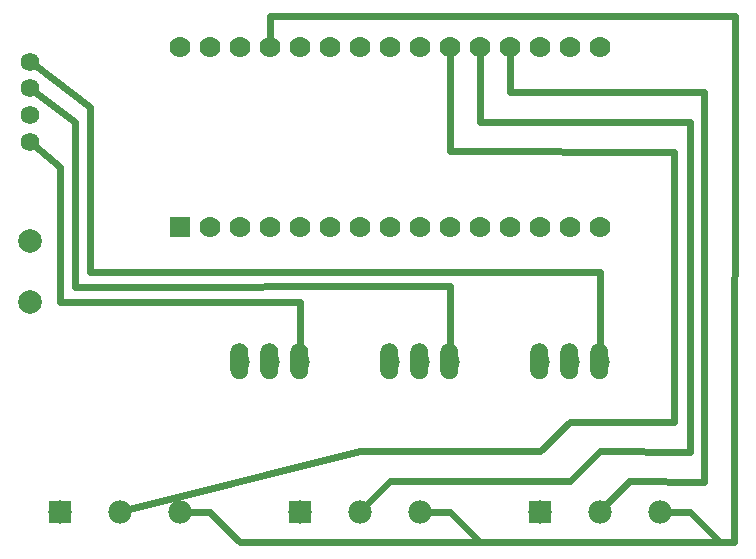
<source format=gbl>
G04 MADE WITH FRITZING*
G04 WWW.FRITZING.ORG*
G04 DOUBLE SIDED*
G04 HOLES PLATED*
G04 CONTOUR ON CENTER OF CONTOUR VECTOR*
%ASAXBY*%
%FSLAX23Y23*%
%MOIN*%
%OFA0B0*%
%SFA1.0B1.0*%
%ADD10C,0.065118*%
%ADD11C,0.078740*%
%ADD12C,0.062222*%
%ADD13C,0.070000*%
%ADD14C,0.078000*%
%ADD15R,0.070000X0.069972*%
%ADD16R,0.078000X0.078000*%
%ADD17C,0.024000*%
%ADD18R,0.001000X0.001000*%
%LNCOPPER0*%
G90*
G70*
G54D10*
X1901Y707D03*
X2001Y707D03*
X2101Y707D03*
X1401Y707D03*
X1501Y707D03*
X1601Y707D03*
X901Y707D03*
X1001Y707D03*
X1101Y707D03*
G54D11*
X201Y907D03*
X201Y1108D03*
G54D12*
X201Y1441D03*
X201Y1530D03*
X201Y1618D03*
X201Y1707D03*
G54D13*
X701Y1157D03*
X801Y1157D03*
X901Y1157D03*
X1001Y1157D03*
X1101Y1157D03*
X1201Y1157D03*
X1301Y1157D03*
X1401Y1157D03*
X1501Y1157D03*
X1601Y1157D03*
X1701Y1157D03*
X1801Y1157D03*
X1901Y1157D03*
X2001Y1157D03*
X2101Y1157D03*
X701Y1757D03*
X801Y1757D03*
X901Y1757D03*
X1001Y1757D03*
X1101Y1757D03*
X1201Y1757D03*
X1301Y1757D03*
X1401Y1757D03*
X1501Y1757D03*
X1601Y1757D03*
X1701Y1757D03*
X1801Y1757D03*
X1901Y1757D03*
X2001Y1757D03*
X2101Y1757D03*
G54D14*
X301Y207D03*
X501Y207D03*
X701Y207D03*
X1101Y207D03*
X1301Y207D03*
X1501Y207D03*
X1901Y207D03*
X2101Y207D03*
X2301Y207D03*
G54D15*
X701Y1157D03*
G54D16*
X301Y207D03*
X1101Y207D03*
X1901Y207D03*
G54D17*
X2199Y308D02*
X2122Y229D01*
D02*
X2449Y307D02*
X2199Y308D01*
D02*
X2449Y1607D02*
X2449Y307D01*
D02*
X1802Y1607D02*
X2449Y1607D01*
D02*
X1801Y1728D02*
X1802Y1607D01*
D02*
X800Y207D02*
X731Y207D01*
D02*
X900Y106D02*
X799Y207D01*
D02*
X2549Y107D02*
X900Y106D01*
D02*
X2551Y1858D02*
X2549Y107D01*
D02*
X1000Y1858D02*
X2551Y1858D01*
D02*
X1000Y1786D02*
X1000Y1858D01*
D02*
X1600Y207D02*
X1531Y207D01*
D02*
X800Y207D02*
X900Y106D01*
D02*
X900Y106D02*
X1701Y106D01*
D02*
X900Y106D02*
X799Y207D01*
D02*
X1701Y106D02*
X1600Y207D01*
D02*
X2502Y106D02*
X900Y106D01*
D02*
X2401Y207D02*
X2502Y106D01*
D02*
X2331Y207D02*
X2401Y207D01*
D02*
X1600Y207D02*
X1531Y207D01*
D02*
X1701Y106D02*
X1600Y207D01*
D02*
X900Y106D02*
X1701Y106D01*
D02*
X800Y207D02*
X900Y106D01*
D02*
X731Y207D02*
X800Y207D01*
D02*
X1401Y308D02*
X1322Y229D01*
D02*
X2001Y308D02*
X1401Y308D01*
D02*
X2101Y408D02*
X2001Y308D01*
D02*
X2401Y407D02*
X2101Y408D01*
D02*
X2402Y1507D02*
X2401Y407D01*
D02*
X1701Y1506D02*
X2402Y1507D01*
D02*
X1701Y1728D02*
X1701Y1506D01*
D02*
X1301Y408D02*
X530Y215D01*
D02*
X1900Y408D02*
X1301Y408D01*
D02*
X2001Y507D02*
X1900Y408D01*
D02*
X2349Y507D02*
X2001Y507D01*
D02*
X2349Y1407D02*
X2349Y507D01*
D02*
X1600Y1408D02*
X2349Y1407D01*
D02*
X1601Y1728D02*
X1600Y1408D01*
D02*
X1101Y907D02*
X1101Y741D01*
D02*
X301Y1356D02*
X301Y906D01*
D02*
X301Y906D02*
X1101Y907D01*
D02*
X216Y1428D02*
X301Y1356D01*
D02*
X1601Y958D02*
X1601Y741D01*
D02*
X351Y956D02*
X1601Y958D01*
D02*
X351Y1507D02*
X351Y956D01*
D02*
X217Y1607D02*
X351Y1507D01*
D02*
X2101Y1007D02*
X2101Y741D01*
D02*
X401Y1007D02*
X2101Y1007D01*
D02*
X401Y1556D02*
X401Y1007D01*
D02*
X217Y1695D02*
X401Y1556D01*
G54D18*
X894Y768D02*
X905Y768D01*
X994Y768D02*
X1005Y768D01*
X1094Y768D02*
X1105Y768D01*
X1394Y768D02*
X1405Y768D01*
X1494Y768D02*
X1505Y768D01*
X1594Y768D02*
X1605Y768D01*
X1894Y768D02*
X1905Y768D01*
X1994Y768D02*
X2005Y768D01*
X2094Y768D02*
X2105Y768D01*
X890Y767D02*
X909Y767D01*
X990Y767D02*
X1009Y767D01*
X1090Y767D02*
X1109Y767D01*
X1390Y767D02*
X1409Y767D01*
X1490Y767D02*
X1509Y767D01*
X1590Y767D02*
X1609Y767D01*
X1890Y767D02*
X1909Y767D01*
X1990Y767D02*
X2009Y767D01*
X2090Y767D02*
X2109Y767D01*
X888Y766D02*
X912Y766D01*
X988Y766D02*
X1012Y766D01*
X1088Y766D02*
X1112Y766D01*
X1388Y766D02*
X1411Y766D01*
X1488Y766D02*
X1511Y766D01*
X1588Y766D02*
X1611Y766D01*
X1888Y766D02*
X1911Y766D01*
X1988Y766D02*
X2011Y766D01*
X2088Y766D02*
X2111Y766D01*
X886Y765D02*
X914Y765D01*
X986Y765D02*
X1014Y765D01*
X1086Y765D02*
X1114Y765D01*
X1386Y765D02*
X1413Y765D01*
X1486Y765D02*
X1513Y765D01*
X1586Y765D02*
X1613Y765D01*
X1886Y765D02*
X1913Y765D01*
X1986Y765D02*
X2013Y765D01*
X2086Y765D02*
X2113Y765D01*
X884Y764D02*
X915Y764D01*
X984Y764D02*
X1015Y764D01*
X1084Y764D02*
X1115Y764D01*
X1384Y764D02*
X1415Y764D01*
X1484Y764D02*
X1515Y764D01*
X1584Y764D02*
X1615Y764D01*
X1884Y764D02*
X1915Y764D01*
X1984Y764D02*
X2015Y764D01*
X2084Y764D02*
X2115Y764D01*
X883Y763D02*
X917Y763D01*
X983Y763D02*
X1017Y763D01*
X1083Y763D02*
X1117Y763D01*
X1383Y763D02*
X1417Y763D01*
X1483Y763D02*
X1517Y763D01*
X1583Y763D02*
X1617Y763D01*
X1882Y763D02*
X1916Y763D01*
X1982Y763D02*
X2016Y763D01*
X2082Y763D02*
X2116Y763D01*
X881Y762D02*
X918Y762D01*
X981Y762D02*
X1018Y762D01*
X1081Y762D02*
X1118Y762D01*
X1381Y762D02*
X1418Y762D01*
X1481Y762D02*
X1518Y762D01*
X1581Y762D02*
X1618Y762D01*
X1881Y762D02*
X1918Y762D01*
X1981Y762D02*
X2018Y762D01*
X2081Y762D02*
X2118Y762D01*
X880Y761D02*
X919Y761D01*
X980Y761D02*
X1019Y761D01*
X1080Y761D02*
X1119Y761D01*
X1380Y761D02*
X1419Y761D01*
X1480Y761D02*
X1519Y761D01*
X1580Y761D02*
X1619Y761D01*
X1880Y761D02*
X1919Y761D01*
X1980Y761D02*
X2019Y761D01*
X2080Y761D02*
X2119Y761D01*
X879Y760D02*
X920Y760D01*
X979Y760D02*
X1020Y760D01*
X1079Y760D02*
X1120Y760D01*
X1379Y760D02*
X1420Y760D01*
X1479Y760D02*
X1520Y760D01*
X1579Y760D02*
X1620Y760D01*
X1879Y760D02*
X1920Y760D01*
X1979Y760D02*
X2020Y760D01*
X2079Y760D02*
X2120Y760D01*
X878Y759D02*
X921Y759D01*
X978Y759D02*
X1021Y759D01*
X1078Y759D02*
X1121Y759D01*
X1378Y759D02*
X1421Y759D01*
X1478Y759D02*
X1521Y759D01*
X1578Y759D02*
X1621Y759D01*
X1878Y759D02*
X1921Y759D01*
X1978Y759D02*
X2021Y759D01*
X2078Y759D02*
X2121Y759D01*
X877Y758D02*
X922Y758D01*
X977Y758D02*
X1022Y758D01*
X1077Y758D02*
X1122Y758D01*
X1377Y758D02*
X1422Y758D01*
X1477Y758D02*
X1522Y758D01*
X1577Y758D02*
X1622Y758D01*
X1877Y758D02*
X1922Y758D01*
X1977Y758D02*
X2022Y758D01*
X2077Y758D02*
X2122Y758D01*
X877Y757D02*
X923Y757D01*
X977Y757D02*
X1023Y757D01*
X1077Y757D02*
X1123Y757D01*
X1376Y757D02*
X1423Y757D01*
X1476Y757D02*
X1523Y757D01*
X1576Y757D02*
X1623Y757D01*
X1876Y757D02*
X1923Y757D01*
X1976Y757D02*
X2023Y757D01*
X2076Y757D02*
X2123Y757D01*
X876Y756D02*
X924Y756D01*
X976Y756D02*
X1024Y756D01*
X1076Y756D02*
X1124Y756D01*
X1376Y756D02*
X1424Y756D01*
X1476Y756D02*
X1524Y756D01*
X1576Y756D02*
X1623Y756D01*
X1875Y756D02*
X1923Y756D01*
X1975Y756D02*
X2023Y756D01*
X2075Y756D02*
X2123Y756D01*
X875Y755D02*
X924Y755D01*
X975Y755D02*
X1024Y755D01*
X1075Y755D02*
X1124Y755D01*
X1375Y755D02*
X1424Y755D01*
X1475Y755D02*
X1524Y755D01*
X1575Y755D02*
X1624Y755D01*
X1875Y755D02*
X1924Y755D01*
X1975Y755D02*
X2024Y755D01*
X2075Y755D02*
X2124Y755D01*
X875Y754D02*
X925Y754D01*
X974Y754D02*
X1025Y754D01*
X1074Y754D02*
X1125Y754D01*
X1374Y754D02*
X1425Y754D01*
X1474Y754D02*
X1525Y754D01*
X1574Y754D02*
X1625Y754D01*
X1874Y754D02*
X1925Y754D01*
X1974Y754D02*
X2025Y754D01*
X2074Y754D02*
X2125Y754D01*
X874Y753D02*
X926Y753D01*
X974Y753D02*
X1026Y753D01*
X1074Y753D02*
X1126Y753D01*
X1374Y753D02*
X1425Y753D01*
X1474Y753D02*
X1525Y753D01*
X1574Y753D02*
X1625Y753D01*
X1874Y753D02*
X1925Y753D01*
X1974Y753D02*
X2025Y753D01*
X2074Y753D02*
X2125Y753D01*
X873Y752D02*
X926Y752D01*
X973Y752D02*
X1026Y752D01*
X1073Y752D02*
X1126Y752D01*
X1373Y752D02*
X1426Y752D01*
X1473Y752D02*
X1526Y752D01*
X1573Y752D02*
X1626Y752D01*
X1873Y752D02*
X1926Y752D01*
X1973Y752D02*
X2026Y752D01*
X2073Y752D02*
X2126Y752D01*
X873Y751D02*
X927Y751D01*
X973Y751D02*
X1027Y751D01*
X1073Y751D02*
X1127Y751D01*
X1373Y751D02*
X1426Y751D01*
X1473Y751D02*
X1526Y751D01*
X1573Y751D02*
X1626Y751D01*
X1873Y751D02*
X1926Y751D01*
X1973Y751D02*
X2026Y751D01*
X2073Y751D02*
X2126Y751D01*
X873Y750D02*
X927Y750D01*
X972Y750D02*
X1027Y750D01*
X1072Y750D02*
X1127Y750D01*
X1372Y750D02*
X1427Y750D01*
X1472Y750D02*
X1527Y750D01*
X1572Y750D02*
X1627Y750D01*
X1872Y750D02*
X1927Y750D01*
X1972Y750D02*
X2027Y750D01*
X2072Y750D02*
X2127Y750D01*
X872Y749D02*
X927Y749D01*
X972Y749D02*
X1027Y749D01*
X1072Y749D02*
X1127Y749D01*
X1372Y749D02*
X1427Y749D01*
X1472Y749D02*
X1527Y749D01*
X1572Y749D02*
X1627Y749D01*
X1872Y749D02*
X1927Y749D01*
X1972Y749D02*
X2027Y749D01*
X2072Y749D02*
X2127Y749D01*
X872Y748D02*
X928Y748D01*
X972Y748D02*
X1028Y748D01*
X1072Y748D02*
X1128Y748D01*
X1372Y748D02*
X1428Y748D01*
X1472Y748D02*
X1528Y748D01*
X1572Y748D02*
X1628Y748D01*
X1871Y748D02*
X1927Y748D01*
X1971Y748D02*
X2027Y748D01*
X2071Y748D02*
X2127Y748D01*
X871Y747D02*
X928Y747D01*
X971Y747D02*
X1028Y747D01*
X1071Y747D02*
X1128Y747D01*
X1371Y747D02*
X1428Y747D01*
X1471Y747D02*
X1528Y747D01*
X1571Y747D02*
X1628Y747D01*
X1871Y747D02*
X1928Y747D01*
X1971Y747D02*
X2028Y747D01*
X2071Y747D02*
X2128Y747D01*
X871Y746D02*
X928Y746D01*
X971Y746D02*
X1028Y746D01*
X1071Y746D02*
X1128Y746D01*
X1371Y746D02*
X1428Y746D01*
X1471Y746D02*
X1528Y746D01*
X1571Y746D02*
X1628Y746D01*
X1871Y746D02*
X1928Y746D01*
X1971Y746D02*
X2028Y746D01*
X2071Y746D02*
X2128Y746D01*
X871Y745D02*
X929Y745D01*
X971Y745D02*
X1029Y745D01*
X1071Y745D02*
X1129Y745D01*
X1371Y745D02*
X1428Y745D01*
X1471Y745D02*
X1528Y745D01*
X1571Y745D02*
X1628Y745D01*
X1871Y745D02*
X1928Y745D01*
X1971Y745D02*
X2028Y745D01*
X2071Y745D02*
X2128Y745D01*
X871Y744D02*
X929Y744D01*
X971Y744D02*
X1029Y744D01*
X1071Y744D02*
X1129Y744D01*
X1371Y744D02*
X1429Y744D01*
X1471Y744D02*
X1529Y744D01*
X1571Y744D02*
X1629Y744D01*
X1870Y744D02*
X1928Y744D01*
X1970Y744D02*
X2028Y744D01*
X2070Y744D02*
X2128Y744D01*
X871Y743D02*
X929Y743D01*
X971Y743D02*
X1029Y743D01*
X1071Y743D02*
X1129Y743D01*
X1370Y743D02*
X1429Y743D01*
X1470Y743D02*
X1529Y743D01*
X1570Y743D02*
X1629Y743D01*
X1870Y743D02*
X1929Y743D01*
X1970Y743D02*
X2029Y743D01*
X2070Y743D02*
X2129Y743D01*
X870Y742D02*
X929Y742D01*
X970Y742D02*
X1029Y742D01*
X1070Y742D02*
X1129Y742D01*
X1370Y742D02*
X1429Y742D01*
X1470Y742D02*
X1529Y742D01*
X1570Y742D02*
X1629Y742D01*
X1870Y742D02*
X1929Y742D01*
X1970Y742D02*
X2029Y742D01*
X2070Y742D02*
X2129Y742D01*
X870Y741D02*
X929Y741D01*
X970Y741D02*
X1029Y741D01*
X1070Y741D02*
X1129Y741D01*
X1370Y741D02*
X1429Y741D01*
X1470Y741D02*
X1529Y741D01*
X1570Y741D02*
X1629Y741D01*
X1870Y741D02*
X1929Y741D01*
X1970Y741D02*
X2029Y741D01*
X2070Y741D02*
X2129Y741D01*
X870Y740D02*
X929Y740D01*
X970Y740D02*
X1029Y740D01*
X1070Y740D02*
X1129Y740D01*
X1370Y740D02*
X1429Y740D01*
X1470Y740D02*
X1529Y740D01*
X1570Y740D02*
X1629Y740D01*
X1870Y740D02*
X1929Y740D01*
X1970Y740D02*
X2029Y740D01*
X2070Y740D02*
X2129Y740D01*
X870Y739D02*
X929Y739D01*
X970Y739D02*
X1029Y739D01*
X1070Y739D02*
X1129Y739D01*
X1370Y739D02*
X1429Y739D01*
X1470Y739D02*
X1529Y739D01*
X1570Y739D02*
X1629Y739D01*
X1870Y739D02*
X1929Y739D01*
X1970Y739D02*
X2029Y739D01*
X2070Y739D02*
X2129Y739D01*
X870Y738D02*
X929Y738D01*
X970Y738D02*
X1029Y738D01*
X1070Y738D02*
X1129Y738D01*
X1370Y738D02*
X1429Y738D01*
X1470Y738D02*
X1529Y738D01*
X1570Y738D02*
X1629Y738D01*
X1870Y738D02*
X1929Y738D01*
X1970Y738D02*
X2029Y738D01*
X2070Y738D02*
X2129Y738D01*
X870Y737D02*
X929Y737D01*
X970Y737D02*
X1029Y737D01*
X1070Y737D02*
X1129Y737D01*
X1370Y737D02*
X1429Y737D01*
X1470Y737D02*
X1529Y737D01*
X1570Y737D02*
X1629Y737D01*
X1870Y737D02*
X1929Y737D01*
X1970Y737D02*
X2029Y737D01*
X2070Y737D02*
X2129Y737D01*
X870Y736D02*
X929Y736D01*
X970Y736D02*
X1029Y736D01*
X1070Y736D02*
X1129Y736D01*
X1370Y736D02*
X1429Y736D01*
X1470Y736D02*
X1529Y736D01*
X1570Y736D02*
X1629Y736D01*
X1870Y736D02*
X1929Y736D01*
X1970Y736D02*
X2029Y736D01*
X2070Y736D02*
X2129Y736D01*
X870Y735D02*
X929Y735D01*
X970Y735D02*
X1029Y735D01*
X1070Y735D02*
X1129Y735D01*
X1370Y735D02*
X1429Y735D01*
X1470Y735D02*
X1529Y735D01*
X1570Y735D02*
X1629Y735D01*
X1870Y735D02*
X1929Y735D01*
X1970Y735D02*
X2029Y735D01*
X2070Y735D02*
X2129Y735D01*
X870Y734D02*
X929Y734D01*
X970Y734D02*
X1029Y734D01*
X1070Y734D02*
X1129Y734D01*
X1370Y734D02*
X1429Y734D01*
X1470Y734D02*
X1529Y734D01*
X1570Y734D02*
X1629Y734D01*
X1870Y734D02*
X1929Y734D01*
X1970Y734D02*
X2029Y734D01*
X2070Y734D02*
X2129Y734D01*
X870Y733D02*
X929Y733D01*
X970Y733D02*
X1029Y733D01*
X1070Y733D02*
X1129Y733D01*
X1370Y733D02*
X1429Y733D01*
X1470Y733D02*
X1529Y733D01*
X1570Y733D02*
X1629Y733D01*
X1870Y733D02*
X1929Y733D01*
X1970Y733D02*
X2029Y733D01*
X2070Y733D02*
X2129Y733D01*
X870Y732D02*
X929Y732D01*
X970Y732D02*
X1029Y732D01*
X1070Y732D02*
X1129Y732D01*
X1370Y732D02*
X1429Y732D01*
X1470Y732D02*
X1529Y732D01*
X1570Y732D02*
X1629Y732D01*
X1870Y732D02*
X1929Y732D01*
X1970Y732D02*
X2029Y732D01*
X2070Y732D02*
X2129Y732D01*
X870Y731D02*
X929Y731D01*
X970Y731D02*
X1029Y731D01*
X1070Y731D02*
X1129Y731D01*
X1370Y731D02*
X1429Y731D01*
X1470Y731D02*
X1529Y731D01*
X1570Y731D02*
X1629Y731D01*
X1870Y731D02*
X1929Y731D01*
X1970Y731D02*
X2029Y731D01*
X2070Y731D02*
X2129Y731D01*
X870Y730D02*
X929Y730D01*
X970Y730D02*
X1029Y730D01*
X1070Y730D02*
X1129Y730D01*
X1370Y730D02*
X1429Y730D01*
X1470Y730D02*
X1529Y730D01*
X1570Y730D02*
X1629Y730D01*
X1870Y730D02*
X1929Y730D01*
X1970Y730D02*
X2029Y730D01*
X2070Y730D02*
X2129Y730D01*
X870Y729D02*
X929Y729D01*
X970Y729D02*
X1029Y729D01*
X1070Y729D02*
X1129Y729D01*
X1370Y729D02*
X1429Y729D01*
X1470Y729D02*
X1529Y729D01*
X1570Y729D02*
X1629Y729D01*
X1870Y729D02*
X1929Y729D01*
X1970Y729D02*
X2029Y729D01*
X2070Y729D02*
X2129Y729D01*
X870Y728D02*
X894Y728D01*
X905Y728D02*
X929Y728D01*
X970Y728D02*
X994Y728D01*
X1005Y728D02*
X1029Y728D01*
X1070Y728D02*
X1094Y728D01*
X1105Y728D02*
X1129Y728D01*
X1370Y728D02*
X1394Y728D01*
X1405Y728D02*
X1429Y728D01*
X1470Y728D02*
X1494Y728D01*
X1505Y728D02*
X1529Y728D01*
X1570Y728D02*
X1594Y728D01*
X1605Y728D02*
X1629Y728D01*
X1870Y728D02*
X1894Y728D01*
X1905Y728D02*
X1929Y728D01*
X1970Y728D02*
X1994Y728D01*
X2005Y728D02*
X2029Y728D01*
X2070Y728D02*
X2094Y728D01*
X2105Y728D02*
X2129Y728D01*
X870Y727D02*
X891Y727D01*
X908Y727D02*
X929Y727D01*
X970Y727D02*
X991Y727D01*
X1008Y727D02*
X1029Y727D01*
X1070Y727D02*
X1091Y727D01*
X1108Y727D02*
X1129Y727D01*
X1370Y727D02*
X1391Y727D01*
X1408Y727D02*
X1429Y727D01*
X1470Y727D02*
X1491Y727D01*
X1508Y727D02*
X1529Y727D01*
X1570Y727D02*
X1591Y727D01*
X1608Y727D02*
X1629Y727D01*
X1870Y727D02*
X1891Y727D01*
X1908Y727D02*
X1929Y727D01*
X1970Y727D02*
X1991Y727D01*
X2008Y727D02*
X2029Y727D01*
X2070Y727D02*
X2091Y727D01*
X2108Y727D02*
X2129Y727D01*
X870Y726D02*
X889Y726D01*
X910Y726D02*
X929Y726D01*
X970Y726D02*
X989Y726D01*
X1010Y726D02*
X1029Y726D01*
X1070Y726D02*
X1089Y726D01*
X1110Y726D02*
X1129Y726D01*
X1370Y726D02*
X1389Y726D01*
X1410Y726D02*
X1429Y726D01*
X1470Y726D02*
X1489Y726D01*
X1510Y726D02*
X1529Y726D01*
X1570Y726D02*
X1589Y726D01*
X1610Y726D02*
X1629Y726D01*
X1870Y726D02*
X1889Y726D01*
X1910Y726D02*
X1929Y726D01*
X1970Y726D02*
X1989Y726D01*
X2010Y726D02*
X2029Y726D01*
X2070Y726D02*
X2089Y726D01*
X2110Y726D02*
X2129Y726D01*
X870Y725D02*
X888Y725D01*
X912Y725D02*
X929Y725D01*
X970Y725D02*
X988Y725D01*
X1012Y725D02*
X1029Y725D01*
X1070Y725D02*
X1088Y725D01*
X1112Y725D02*
X1129Y725D01*
X1370Y725D02*
X1388Y725D01*
X1412Y725D02*
X1429Y725D01*
X1470Y725D02*
X1488Y725D01*
X1512Y725D02*
X1529Y725D01*
X1570Y725D02*
X1588Y725D01*
X1612Y725D02*
X1629Y725D01*
X1870Y725D02*
X1887Y725D01*
X1911Y725D02*
X1929Y725D01*
X1970Y725D02*
X1987Y725D01*
X2011Y725D02*
X2029Y725D01*
X2070Y725D02*
X2087Y725D01*
X2111Y725D02*
X2129Y725D01*
X870Y724D02*
X887Y724D01*
X913Y724D02*
X929Y724D01*
X970Y724D02*
X987Y724D01*
X1013Y724D02*
X1029Y724D01*
X1070Y724D02*
X1087Y724D01*
X1113Y724D02*
X1129Y724D01*
X1370Y724D02*
X1386Y724D01*
X1413Y724D02*
X1429Y724D01*
X1470Y724D02*
X1486Y724D01*
X1513Y724D02*
X1529Y724D01*
X1570Y724D02*
X1586Y724D01*
X1613Y724D02*
X1629Y724D01*
X1870Y724D02*
X1886Y724D01*
X1913Y724D02*
X1929Y724D01*
X1970Y724D02*
X1986Y724D01*
X2013Y724D02*
X2029Y724D01*
X2070Y724D02*
X2086Y724D01*
X2113Y724D02*
X2129Y724D01*
X870Y723D02*
X885Y723D01*
X914Y723D02*
X929Y723D01*
X970Y723D02*
X985Y723D01*
X1014Y723D02*
X1029Y723D01*
X1070Y723D02*
X1085Y723D01*
X1114Y723D02*
X1129Y723D01*
X1370Y723D02*
X1385Y723D01*
X1414Y723D02*
X1429Y723D01*
X1470Y723D02*
X1485Y723D01*
X1514Y723D02*
X1529Y723D01*
X1570Y723D02*
X1585Y723D01*
X1614Y723D02*
X1629Y723D01*
X1870Y723D02*
X1885Y723D01*
X1914Y723D02*
X1929Y723D01*
X1970Y723D02*
X1985Y723D01*
X2014Y723D02*
X2029Y723D01*
X2070Y723D02*
X2085Y723D01*
X2114Y723D02*
X2129Y723D01*
X870Y722D02*
X884Y722D01*
X915Y722D02*
X929Y722D01*
X970Y722D02*
X984Y722D01*
X1015Y722D02*
X1029Y722D01*
X1070Y722D02*
X1084Y722D01*
X1115Y722D02*
X1129Y722D01*
X1370Y722D02*
X1384Y722D01*
X1415Y722D02*
X1429Y722D01*
X1470Y722D02*
X1484Y722D01*
X1515Y722D02*
X1529Y722D01*
X1570Y722D02*
X1584Y722D01*
X1615Y722D02*
X1629Y722D01*
X1870Y722D02*
X1884Y722D01*
X1915Y722D02*
X1929Y722D01*
X1970Y722D02*
X1984Y722D01*
X2015Y722D02*
X2029Y722D01*
X2070Y722D02*
X2084Y722D01*
X2115Y722D02*
X2129Y722D01*
X870Y721D02*
X884Y721D01*
X916Y721D02*
X929Y721D01*
X970Y721D02*
X984Y721D01*
X1016Y721D02*
X1029Y721D01*
X1070Y721D02*
X1084Y721D01*
X1116Y721D02*
X1129Y721D01*
X1370Y721D02*
X1383Y721D01*
X1416Y721D02*
X1429Y721D01*
X1470Y721D02*
X1483Y721D01*
X1516Y721D02*
X1529Y721D01*
X1570Y721D02*
X1583Y721D01*
X1616Y721D02*
X1629Y721D01*
X1870Y721D02*
X1883Y721D01*
X1916Y721D02*
X1929Y721D01*
X1970Y721D02*
X1983Y721D01*
X2016Y721D02*
X2029Y721D01*
X2070Y721D02*
X2083Y721D01*
X2115Y721D02*
X2129Y721D01*
X870Y720D02*
X883Y720D01*
X917Y720D02*
X929Y720D01*
X970Y720D02*
X983Y720D01*
X1017Y720D02*
X1029Y720D01*
X1070Y720D02*
X1083Y720D01*
X1117Y720D02*
X1129Y720D01*
X1370Y720D02*
X1383Y720D01*
X1417Y720D02*
X1429Y720D01*
X1470Y720D02*
X1483Y720D01*
X1517Y720D02*
X1529Y720D01*
X1570Y720D02*
X1583Y720D01*
X1616Y720D02*
X1629Y720D01*
X1870Y720D02*
X1883Y720D01*
X1916Y720D02*
X1929Y720D01*
X1970Y720D02*
X1982Y720D01*
X2016Y720D02*
X2029Y720D01*
X2070Y720D02*
X2082Y720D01*
X2116Y720D02*
X2129Y720D01*
X870Y719D02*
X882Y719D01*
X917Y719D02*
X929Y719D01*
X970Y719D02*
X982Y719D01*
X1017Y719D02*
X1029Y719D01*
X1070Y719D02*
X1082Y719D01*
X1117Y719D02*
X1129Y719D01*
X1370Y719D02*
X1382Y719D01*
X1417Y719D02*
X1429Y719D01*
X1470Y719D02*
X1482Y719D01*
X1517Y719D02*
X1529Y719D01*
X1570Y719D02*
X1582Y719D01*
X1617Y719D02*
X1629Y719D01*
X1870Y719D02*
X1882Y719D01*
X1917Y719D02*
X1929Y719D01*
X1970Y719D02*
X1982Y719D01*
X2017Y719D02*
X2029Y719D01*
X2070Y719D02*
X2082Y719D01*
X2117Y719D02*
X2129Y719D01*
X870Y718D02*
X882Y718D01*
X918Y718D02*
X929Y718D01*
X970Y718D02*
X982Y718D01*
X1018Y718D02*
X1029Y718D01*
X1070Y718D02*
X1082Y718D01*
X1118Y718D02*
X1129Y718D01*
X1370Y718D02*
X1382Y718D01*
X1418Y718D02*
X1429Y718D01*
X1470Y718D02*
X1481Y718D01*
X1518Y718D02*
X1529Y718D01*
X1570Y718D02*
X1581Y718D01*
X1618Y718D02*
X1629Y718D01*
X1870Y718D02*
X1881Y718D01*
X1918Y718D02*
X1929Y718D01*
X1970Y718D02*
X1981Y718D01*
X2017Y718D02*
X2029Y718D01*
X2070Y718D02*
X2081Y718D01*
X2117Y718D02*
X2129Y718D01*
X870Y717D02*
X881Y717D01*
X918Y717D02*
X929Y717D01*
X970Y717D02*
X981Y717D01*
X1018Y717D02*
X1029Y717D01*
X1070Y717D02*
X1081Y717D01*
X1118Y717D02*
X1129Y717D01*
X1370Y717D02*
X1381Y717D01*
X1418Y717D02*
X1429Y717D01*
X1470Y717D02*
X1481Y717D01*
X1518Y717D02*
X1529Y717D01*
X1570Y717D02*
X1581Y717D01*
X1618Y717D02*
X1629Y717D01*
X1870Y717D02*
X1881Y717D01*
X1918Y717D02*
X1929Y717D01*
X1970Y717D02*
X1981Y717D01*
X2018Y717D02*
X2029Y717D01*
X2070Y717D02*
X2081Y717D01*
X2118Y717D02*
X2129Y717D01*
X870Y716D02*
X881Y716D01*
X919Y716D02*
X929Y716D01*
X970Y716D02*
X981Y716D01*
X1019Y716D02*
X1029Y716D01*
X1070Y716D02*
X1081Y716D01*
X1119Y716D02*
X1129Y716D01*
X1370Y716D02*
X1381Y716D01*
X1419Y716D02*
X1429Y716D01*
X1470Y716D02*
X1481Y716D01*
X1519Y716D02*
X1529Y716D01*
X1570Y716D02*
X1580Y716D01*
X1619Y716D02*
X1629Y716D01*
X1870Y716D02*
X1880Y716D01*
X1918Y716D02*
X1929Y716D01*
X1970Y716D02*
X1980Y716D01*
X2018Y716D02*
X2029Y716D01*
X2070Y716D02*
X2080Y716D01*
X2118Y716D02*
X2129Y716D01*
X870Y715D02*
X880Y715D01*
X919Y715D02*
X929Y715D01*
X970Y715D02*
X980Y715D01*
X1019Y715D02*
X1029Y715D01*
X1070Y715D02*
X1080Y715D01*
X1119Y715D02*
X1129Y715D01*
X1370Y715D02*
X1380Y715D01*
X1419Y715D02*
X1429Y715D01*
X1470Y715D02*
X1480Y715D01*
X1519Y715D02*
X1529Y715D01*
X1570Y715D02*
X1580Y715D01*
X1619Y715D02*
X1629Y715D01*
X1870Y715D02*
X1880Y715D01*
X1919Y715D02*
X1929Y715D01*
X1970Y715D02*
X1980Y715D01*
X2019Y715D02*
X2029Y715D01*
X2070Y715D02*
X2080Y715D01*
X2119Y715D02*
X2129Y715D01*
X870Y714D02*
X880Y714D01*
X919Y714D02*
X929Y714D01*
X970Y714D02*
X980Y714D01*
X1019Y714D02*
X1029Y714D01*
X1070Y714D02*
X1080Y714D01*
X1119Y714D02*
X1129Y714D01*
X1370Y714D02*
X1380Y714D01*
X1419Y714D02*
X1429Y714D01*
X1470Y714D02*
X1480Y714D01*
X1519Y714D02*
X1529Y714D01*
X1570Y714D02*
X1580Y714D01*
X1619Y714D02*
X1629Y714D01*
X1870Y714D02*
X1880Y714D01*
X1919Y714D02*
X1929Y714D01*
X1970Y714D02*
X1980Y714D01*
X2019Y714D02*
X2029Y714D01*
X2070Y714D02*
X2080Y714D01*
X2119Y714D02*
X2129Y714D01*
X870Y713D02*
X880Y713D01*
X920Y713D02*
X929Y713D01*
X970Y713D02*
X980Y713D01*
X1020Y713D02*
X1029Y713D01*
X1070Y713D02*
X1080Y713D01*
X1120Y713D02*
X1129Y713D01*
X1370Y713D02*
X1380Y713D01*
X1420Y713D02*
X1429Y713D01*
X1470Y713D02*
X1480Y713D01*
X1520Y713D02*
X1529Y713D01*
X1570Y713D02*
X1580Y713D01*
X1620Y713D02*
X1629Y713D01*
X1870Y713D02*
X1879Y713D01*
X1919Y713D02*
X1929Y713D01*
X1970Y713D02*
X1979Y713D01*
X2019Y713D02*
X2029Y713D01*
X2070Y713D02*
X2079Y713D01*
X2119Y713D02*
X2129Y713D01*
X870Y712D02*
X880Y712D01*
X920Y712D02*
X929Y712D01*
X970Y712D02*
X980Y712D01*
X1020Y712D02*
X1029Y712D01*
X1070Y712D02*
X1080Y712D01*
X1120Y712D02*
X1129Y712D01*
X1370Y712D02*
X1379Y712D01*
X1420Y712D02*
X1429Y712D01*
X1470Y712D02*
X1479Y712D01*
X1520Y712D02*
X1529Y712D01*
X1570Y712D02*
X1579Y712D01*
X1620Y712D02*
X1629Y712D01*
X1870Y712D02*
X1879Y712D01*
X1920Y712D02*
X1929Y712D01*
X1970Y712D02*
X1979Y712D01*
X2020Y712D02*
X2029Y712D01*
X2070Y712D02*
X2079Y712D01*
X2120Y712D02*
X2129Y712D01*
X870Y711D02*
X880Y711D01*
X920Y711D02*
X929Y711D01*
X970Y711D02*
X979Y711D01*
X1020Y711D02*
X1029Y711D01*
X1070Y711D02*
X1079Y711D01*
X1120Y711D02*
X1129Y711D01*
X1370Y711D02*
X1379Y711D01*
X1420Y711D02*
X1429Y711D01*
X1470Y711D02*
X1479Y711D01*
X1520Y711D02*
X1529Y711D01*
X1570Y711D02*
X1579Y711D01*
X1620Y711D02*
X1629Y711D01*
X1870Y711D02*
X1879Y711D01*
X1920Y711D02*
X1929Y711D01*
X1970Y711D02*
X1979Y711D01*
X2020Y711D02*
X2029Y711D01*
X2070Y711D02*
X2079Y711D01*
X2120Y711D02*
X2129Y711D01*
X870Y710D02*
X879Y710D01*
X920Y710D02*
X929Y710D01*
X970Y710D02*
X979Y710D01*
X1020Y710D02*
X1029Y710D01*
X1070Y710D02*
X1079Y710D01*
X1120Y710D02*
X1129Y710D01*
X1370Y710D02*
X1379Y710D01*
X1420Y710D02*
X1429Y710D01*
X1470Y710D02*
X1479Y710D01*
X1520Y710D02*
X1529Y710D01*
X1570Y710D02*
X1579Y710D01*
X1620Y710D02*
X1629Y710D01*
X1870Y710D02*
X1879Y710D01*
X1920Y710D02*
X1929Y710D01*
X1970Y710D02*
X1979Y710D01*
X2020Y710D02*
X2029Y710D01*
X2070Y710D02*
X2079Y710D01*
X2120Y710D02*
X2129Y710D01*
X870Y709D02*
X879Y709D01*
X920Y709D02*
X929Y709D01*
X970Y709D02*
X979Y709D01*
X1020Y709D02*
X1029Y709D01*
X1070Y709D02*
X1079Y709D01*
X1120Y709D02*
X1129Y709D01*
X1370Y709D02*
X1379Y709D01*
X1420Y709D02*
X1429Y709D01*
X1470Y709D02*
X1479Y709D01*
X1520Y709D02*
X1529Y709D01*
X1570Y709D02*
X1579Y709D01*
X1620Y709D02*
X1629Y709D01*
X1870Y709D02*
X1879Y709D01*
X1920Y709D02*
X1929Y709D01*
X1970Y709D02*
X1979Y709D01*
X2020Y709D02*
X2029Y709D01*
X2070Y709D02*
X2079Y709D01*
X2120Y709D02*
X2129Y709D01*
X870Y708D02*
X879Y708D01*
X920Y708D02*
X929Y708D01*
X970Y708D02*
X979Y708D01*
X1020Y708D02*
X1029Y708D01*
X1070Y708D02*
X1079Y708D01*
X1120Y708D02*
X1129Y708D01*
X1370Y708D02*
X1379Y708D01*
X1420Y708D02*
X1429Y708D01*
X1470Y708D02*
X1479Y708D01*
X1520Y708D02*
X1529Y708D01*
X1570Y708D02*
X1579Y708D01*
X1620Y708D02*
X1629Y708D01*
X1870Y708D02*
X1879Y708D01*
X1920Y708D02*
X1929Y708D01*
X1970Y708D02*
X1979Y708D01*
X2020Y708D02*
X2029Y708D01*
X2070Y708D02*
X2079Y708D01*
X2120Y708D02*
X2129Y708D01*
X870Y707D02*
X879Y707D01*
X920Y707D02*
X929Y707D01*
X970Y707D02*
X979Y707D01*
X1020Y707D02*
X1029Y707D01*
X1070Y707D02*
X1079Y707D01*
X1120Y707D02*
X1129Y707D01*
X1370Y707D02*
X1379Y707D01*
X1420Y707D02*
X1429Y707D01*
X1470Y707D02*
X1479Y707D01*
X1520Y707D02*
X1529Y707D01*
X1570Y707D02*
X1579Y707D01*
X1620Y707D02*
X1629Y707D01*
X1870Y707D02*
X1879Y707D01*
X1920Y707D02*
X1929Y707D01*
X1970Y707D02*
X1979Y707D01*
X2020Y707D02*
X2029Y707D01*
X2070Y707D02*
X2079Y707D01*
X2120Y707D02*
X2129Y707D01*
X870Y706D02*
X880Y706D01*
X920Y706D02*
X929Y706D01*
X970Y706D02*
X980Y706D01*
X1020Y706D02*
X1029Y706D01*
X1070Y706D02*
X1079Y706D01*
X1120Y706D02*
X1129Y706D01*
X1370Y706D02*
X1379Y706D01*
X1420Y706D02*
X1429Y706D01*
X1470Y706D02*
X1479Y706D01*
X1520Y706D02*
X1529Y706D01*
X1570Y706D02*
X1579Y706D01*
X1620Y706D02*
X1629Y706D01*
X1870Y706D02*
X1879Y706D01*
X1920Y706D02*
X1929Y706D01*
X1970Y706D02*
X1979Y706D01*
X2020Y706D02*
X2029Y706D01*
X2070Y706D02*
X2079Y706D01*
X2120Y706D02*
X2129Y706D01*
X870Y705D02*
X880Y705D01*
X920Y705D02*
X929Y705D01*
X970Y705D02*
X980Y705D01*
X1020Y705D02*
X1029Y705D01*
X1070Y705D02*
X1080Y705D01*
X1120Y705D02*
X1129Y705D01*
X1370Y705D02*
X1379Y705D01*
X1420Y705D02*
X1429Y705D01*
X1470Y705D02*
X1479Y705D01*
X1520Y705D02*
X1529Y705D01*
X1570Y705D02*
X1579Y705D01*
X1620Y705D02*
X1629Y705D01*
X1870Y705D02*
X1879Y705D01*
X1920Y705D02*
X1929Y705D01*
X1970Y705D02*
X1979Y705D01*
X2020Y705D02*
X2029Y705D01*
X2070Y705D02*
X2079Y705D01*
X2119Y705D02*
X2129Y705D01*
X870Y704D02*
X880Y704D01*
X920Y704D02*
X929Y704D01*
X970Y704D02*
X980Y704D01*
X1020Y704D02*
X1029Y704D01*
X1070Y704D02*
X1080Y704D01*
X1120Y704D02*
X1129Y704D01*
X1370Y704D02*
X1380Y704D01*
X1419Y704D02*
X1429Y704D01*
X1470Y704D02*
X1480Y704D01*
X1519Y704D02*
X1529Y704D01*
X1570Y704D02*
X1580Y704D01*
X1619Y704D02*
X1629Y704D01*
X1870Y704D02*
X1880Y704D01*
X1919Y704D02*
X1929Y704D01*
X1970Y704D02*
X1980Y704D01*
X2019Y704D02*
X2029Y704D01*
X2070Y704D02*
X2079Y704D01*
X2119Y704D02*
X2129Y704D01*
X870Y703D02*
X880Y703D01*
X919Y703D02*
X929Y703D01*
X970Y703D02*
X980Y703D01*
X1019Y703D02*
X1029Y703D01*
X1070Y703D02*
X1080Y703D01*
X1119Y703D02*
X1129Y703D01*
X1370Y703D02*
X1380Y703D01*
X1419Y703D02*
X1429Y703D01*
X1470Y703D02*
X1480Y703D01*
X1519Y703D02*
X1529Y703D01*
X1570Y703D02*
X1580Y703D01*
X1619Y703D02*
X1629Y703D01*
X1870Y703D02*
X1880Y703D01*
X1919Y703D02*
X1929Y703D01*
X1970Y703D02*
X1980Y703D01*
X2019Y703D02*
X2029Y703D01*
X2070Y703D02*
X2080Y703D01*
X2119Y703D02*
X2129Y703D01*
X870Y702D02*
X881Y702D01*
X919Y702D02*
X929Y702D01*
X970Y702D02*
X980Y702D01*
X1019Y702D02*
X1029Y702D01*
X1070Y702D02*
X1080Y702D01*
X1119Y702D02*
X1129Y702D01*
X1370Y702D02*
X1380Y702D01*
X1419Y702D02*
X1429Y702D01*
X1470Y702D02*
X1480Y702D01*
X1519Y702D02*
X1529Y702D01*
X1570Y702D02*
X1580Y702D01*
X1619Y702D02*
X1629Y702D01*
X1870Y702D02*
X1880Y702D01*
X1919Y702D02*
X1929Y702D01*
X1970Y702D02*
X1980Y702D01*
X2019Y702D02*
X2029Y702D01*
X2070Y702D02*
X2080Y702D01*
X2119Y702D02*
X2129Y702D01*
X870Y701D02*
X881Y701D01*
X919Y701D02*
X929Y701D01*
X970Y701D02*
X981Y701D01*
X1019Y701D02*
X1029Y701D01*
X1070Y701D02*
X1081Y701D01*
X1119Y701D02*
X1129Y701D01*
X1370Y701D02*
X1381Y701D01*
X1419Y701D02*
X1429Y701D01*
X1470Y701D02*
X1481Y701D01*
X1519Y701D02*
X1529Y701D01*
X1570Y701D02*
X1581Y701D01*
X1618Y701D02*
X1629Y701D01*
X1870Y701D02*
X1881Y701D01*
X1918Y701D02*
X1929Y701D01*
X1970Y701D02*
X1980Y701D01*
X2018Y701D02*
X2029Y701D01*
X2070Y701D02*
X2080Y701D01*
X2118Y701D02*
X2129Y701D01*
X870Y700D02*
X881Y700D01*
X918Y700D02*
X929Y700D01*
X970Y700D02*
X981Y700D01*
X1018Y700D02*
X1029Y700D01*
X1070Y700D02*
X1081Y700D01*
X1118Y700D02*
X1129Y700D01*
X1370Y700D02*
X1381Y700D01*
X1418Y700D02*
X1429Y700D01*
X1470Y700D02*
X1481Y700D01*
X1518Y700D02*
X1529Y700D01*
X1570Y700D02*
X1581Y700D01*
X1618Y700D02*
X1629Y700D01*
X1870Y700D02*
X1881Y700D01*
X1918Y700D02*
X1929Y700D01*
X1970Y700D02*
X1981Y700D01*
X2018Y700D02*
X2029Y700D01*
X2070Y700D02*
X2081Y700D01*
X2118Y700D02*
X2129Y700D01*
X870Y699D02*
X882Y699D01*
X918Y699D02*
X929Y699D01*
X970Y699D02*
X982Y699D01*
X1018Y699D02*
X1029Y699D01*
X1070Y699D02*
X1082Y699D01*
X1118Y699D02*
X1129Y699D01*
X1370Y699D02*
X1382Y699D01*
X1418Y699D02*
X1429Y699D01*
X1470Y699D02*
X1482Y699D01*
X1517Y699D02*
X1529Y699D01*
X1570Y699D02*
X1582Y699D01*
X1617Y699D02*
X1629Y699D01*
X1870Y699D02*
X1882Y699D01*
X1917Y699D02*
X1929Y699D01*
X1970Y699D02*
X1982Y699D01*
X2017Y699D02*
X2029Y699D01*
X2070Y699D02*
X2081Y699D01*
X2117Y699D02*
X2129Y699D01*
X870Y698D02*
X882Y698D01*
X917Y698D02*
X929Y698D01*
X970Y698D02*
X982Y698D01*
X1017Y698D02*
X1029Y698D01*
X1070Y698D02*
X1082Y698D01*
X1117Y698D02*
X1129Y698D01*
X1370Y698D02*
X1382Y698D01*
X1417Y698D02*
X1429Y698D01*
X1470Y698D02*
X1482Y698D01*
X1517Y698D02*
X1529Y698D01*
X1570Y698D02*
X1582Y698D01*
X1617Y698D02*
X1629Y698D01*
X1870Y698D02*
X1882Y698D01*
X1917Y698D02*
X1929Y698D01*
X1970Y698D02*
X1982Y698D01*
X2017Y698D02*
X2029Y698D01*
X2070Y698D02*
X2082Y698D01*
X2117Y698D02*
X2129Y698D01*
X870Y697D02*
X883Y697D01*
X916Y697D02*
X929Y697D01*
X970Y697D02*
X983Y697D01*
X1016Y697D02*
X1029Y697D01*
X1070Y697D02*
X1083Y697D01*
X1116Y697D02*
X1129Y697D01*
X1370Y697D02*
X1383Y697D01*
X1416Y697D02*
X1429Y697D01*
X1470Y697D02*
X1483Y697D01*
X1516Y697D02*
X1529Y697D01*
X1570Y697D02*
X1583Y697D01*
X1616Y697D02*
X1629Y697D01*
X1870Y697D02*
X1883Y697D01*
X1916Y697D02*
X1929Y697D01*
X1970Y697D02*
X1983Y697D01*
X2016Y697D02*
X2029Y697D01*
X2070Y697D02*
X2083Y697D01*
X2116Y697D02*
X2129Y697D01*
X870Y696D02*
X884Y696D01*
X916Y696D02*
X929Y696D01*
X970Y696D02*
X984Y696D01*
X1016Y696D02*
X1029Y696D01*
X1070Y696D02*
X1084Y696D01*
X1116Y696D02*
X1129Y696D01*
X1370Y696D02*
X1384Y696D01*
X1415Y696D02*
X1429Y696D01*
X1470Y696D02*
X1484Y696D01*
X1515Y696D02*
X1529Y696D01*
X1570Y696D02*
X1584Y696D01*
X1615Y696D02*
X1629Y696D01*
X1870Y696D02*
X1884Y696D01*
X1915Y696D02*
X1929Y696D01*
X1970Y696D02*
X1984Y696D01*
X2015Y696D02*
X2029Y696D01*
X2070Y696D02*
X2084Y696D01*
X2115Y696D02*
X2129Y696D01*
X870Y695D02*
X885Y695D01*
X915Y695D02*
X929Y695D01*
X970Y695D02*
X985Y695D01*
X1015Y695D02*
X1029Y695D01*
X1070Y695D02*
X1085Y695D01*
X1115Y695D02*
X1129Y695D01*
X1370Y695D02*
X1385Y695D01*
X1415Y695D02*
X1429Y695D01*
X1470Y695D02*
X1485Y695D01*
X1515Y695D02*
X1529Y695D01*
X1570Y695D02*
X1585Y695D01*
X1615Y695D02*
X1629Y695D01*
X1870Y695D02*
X1884Y695D01*
X1914Y695D02*
X1929Y695D01*
X1970Y695D02*
X1984Y695D01*
X2014Y695D02*
X2029Y695D01*
X2070Y695D02*
X2084Y695D01*
X2114Y695D02*
X2129Y695D01*
X870Y694D02*
X886Y694D01*
X914Y694D02*
X929Y694D01*
X970Y694D02*
X986Y694D01*
X1014Y694D02*
X1029Y694D01*
X1070Y694D02*
X1086Y694D01*
X1114Y694D02*
X1129Y694D01*
X1370Y694D02*
X1386Y694D01*
X1414Y694D02*
X1429Y694D01*
X1470Y694D02*
X1486Y694D01*
X1514Y694D02*
X1529Y694D01*
X1570Y694D02*
X1586Y694D01*
X1614Y694D02*
X1629Y694D01*
X1870Y694D02*
X1885Y694D01*
X1913Y694D02*
X1929Y694D01*
X1970Y694D02*
X1985Y694D01*
X2013Y694D02*
X2029Y694D01*
X2070Y694D02*
X2085Y694D01*
X2113Y694D02*
X2129Y694D01*
X870Y693D02*
X887Y693D01*
X913Y693D02*
X929Y693D01*
X970Y693D02*
X987Y693D01*
X1013Y693D02*
X1029Y693D01*
X1070Y693D02*
X1087Y693D01*
X1112Y693D02*
X1129Y693D01*
X1370Y693D02*
X1387Y693D01*
X1412Y693D02*
X1429Y693D01*
X1470Y693D02*
X1487Y693D01*
X1512Y693D02*
X1529Y693D01*
X1570Y693D02*
X1587Y693D01*
X1612Y693D02*
X1629Y693D01*
X1870Y693D02*
X1887Y693D01*
X1912Y693D02*
X1929Y693D01*
X1970Y693D02*
X1987Y693D01*
X2012Y693D02*
X2029Y693D01*
X2070Y693D02*
X2087Y693D01*
X2112Y693D02*
X2129Y693D01*
X870Y692D02*
X888Y692D01*
X911Y692D02*
X929Y692D01*
X970Y692D02*
X988Y692D01*
X1011Y692D02*
X1029Y692D01*
X1070Y692D02*
X1088Y692D01*
X1111Y692D02*
X1129Y692D01*
X1370Y692D02*
X1388Y692D01*
X1411Y692D02*
X1429Y692D01*
X1470Y692D02*
X1488Y692D01*
X1511Y692D02*
X1529Y692D01*
X1570Y692D02*
X1588Y692D01*
X1611Y692D02*
X1629Y692D01*
X1870Y692D02*
X1888Y692D01*
X1911Y692D02*
X1929Y692D01*
X1970Y692D02*
X1988Y692D01*
X2011Y692D02*
X2029Y692D01*
X2070Y692D02*
X2088Y692D01*
X2111Y692D02*
X2129Y692D01*
X870Y691D02*
X890Y691D01*
X909Y691D02*
X929Y691D01*
X970Y691D02*
X990Y691D01*
X1009Y691D02*
X1029Y691D01*
X1070Y691D02*
X1090Y691D01*
X1109Y691D02*
X1129Y691D01*
X1370Y691D02*
X1390Y691D01*
X1409Y691D02*
X1429Y691D01*
X1470Y691D02*
X1490Y691D01*
X1509Y691D02*
X1529Y691D01*
X1570Y691D02*
X1590Y691D01*
X1609Y691D02*
X1629Y691D01*
X1870Y691D02*
X1890Y691D01*
X1909Y691D02*
X1929Y691D01*
X1970Y691D02*
X1990Y691D01*
X2009Y691D02*
X2029Y691D01*
X2070Y691D02*
X2090Y691D01*
X2109Y691D02*
X2129Y691D01*
X870Y690D02*
X892Y690D01*
X907Y690D02*
X929Y690D01*
X970Y690D02*
X992Y690D01*
X1007Y690D02*
X1029Y690D01*
X1070Y690D02*
X1092Y690D01*
X1107Y690D02*
X1129Y690D01*
X1370Y690D02*
X1392Y690D01*
X1407Y690D02*
X1429Y690D01*
X1470Y690D02*
X1492Y690D01*
X1507Y690D02*
X1529Y690D01*
X1570Y690D02*
X1592Y690D01*
X1607Y690D02*
X1629Y690D01*
X1870Y690D02*
X1892Y690D01*
X1907Y690D02*
X1929Y690D01*
X1970Y690D02*
X1992Y690D01*
X2007Y690D02*
X2029Y690D01*
X2070Y690D02*
X2092Y690D01*
X2107Y690D02*
X2129Y690D01*
X870Y689D02*
X896Y689D01*
X903Y689D02*
X929Y689D01*
X970Y689D02*
X996Y689D01*
X1003Y689D02*
X1029Y689D01*
X1070Y689D02*
X1096Y689D01*
X1103Y689D02*
X1129Y689D01*
X1370Y689D02*
X1396Y689D01*
X1403Y689D02*
X1429Y689D01*
X1470Y689D02*
X1496Y689D01*
X1503Y689D02*
X1529Y689D01*
X1570Y689D02*
X1596Y689D01*
X1603Y689D02*
X1629Y689D01*
X1870Y689D02*
X1896Y689D01*
X1903Y689D02*
X1929Y689D01*
X1970Y689D02*
X1996Y689D01*
X2003Y689D02*
X2029Y689D01*
X2070Y689D02*
X2096Y689D01*
X2103Y689D02*
X2129Y689D01*
X870Y688D02*
X929Y688D01*
X970Y688D02*
X1029Y688D01*
X1070Y688D02*
X1129Y688D01*
X1370Y688D02*
X1429Y688D01*
X1470Y688D02*
X1529Y688D01*
X1570Y688D02*
X1629Y688D01*
X1870Y688D02*
X1929Y688D01*
X1970Y688D02*
X2029Y688D01*
X2070Y688D02*
X2129Y688D01*
X870Y687D02*
X929Y687D01*
X970Y687D02*
X1029Y687D01*
X1070Y687D02*
X1129Y687D01*
X1370Y687D02*
X1429Y687D01*
X1470Y687D02*
X1529Y687D01*
X1570Y687D02*
X1629Y687D01*
X1870Y687D02*
X1929Y687D01*
X1970Y687D02*
X2029Y687D01*
X2070Y687D02*
X2129Y687D01*
X870Y686D02*
X929Y686D01*
X970Y686D02*
X1029Y686D01*
X1070Y686D02*
X1129Y686D01*
X1370Y686D02*
X1429Y686D01*
X1470Y686D02*
X1529Y686D01*
X1570Y686D02*
X1629Y686D01*
X1870Y686D02*
X1929Y686D01*
X1970Y686D02*
X2029Y686D01*
X2070Y686D02*
X2129Y686D01*
X870Y685D02*
X929Y685D01*
X970Y685D02*
X1029Y685D01*
X1070Y685D02*
X1129Y685D01*
X1370Y685D02*
X1429Y685D01*
X1470Y685D02*
X1529Y685D01*
X1570Y685D02*
X1629Y685D01*
X1870Y685D02*
X1929Y685D01*
X1970Y685D02*
X2029Y685D01*
X2070Y685D02*
X2129Y685D01*
X870Y684D02*
X929Y684D01*
X970Y684D02*
X1029Y684D01*
X1070Y684D02*
X1129Y684D01*
X1370Y684D02*
X1429Y684D01*
X1470Y684D02*
X1529Y684D01*
X1570Y684D02*
X1629Y684D01*
X1870Y684D02*
X1929Y684D01*
X1970Y684D02*
X2029Y684D01*
X2070Y684D02*
X2129Y684D01*
X870Y683D02*
X929Y683D01*
X970Y683D02*
X1029Y683D01*
X1070Y683D02*
X1129Y683D01*
X1370Y683D02*
X1429Y683D01*
X1470Y683D02*
X1529Y683D01*
X1570Y683D02*
X1629Y683D01*
X1870Y683D02*
X1929Y683D01*
X1970Y683D02*
X2029Y683D01*
X2070Y683D02*
X2129Y683D01*
X870Y682D02*
X929Y682D01*
X970Y682D02*
X1029Y682D01*
X1070Y682D02*
X1129Y682D01*
X1370Y682D02*
X1429Y682D01*
X1470Y682D02*
X1529Y682D01*
X1570Y682D02*
X1629Y682D01*
X1870Y682D02*
X1929Y682D01*
X1970Y682D02*
X2029Y682D01*
X2070Y682D02*
X2129Y682D01*
X870Y681D02*
X929Y681D01*
X970Y681D02*
X1029Y681D01*
X1070Y681D02*
X1129Y681D01*
X1370Y681D02*
X1429Y681D01*
X1470Y681D02*
X1529Y681D01*
X1570Y681D02*
X1629Y681D01*
X1870Y681D02*
X1929Y681D01*
X1970Y681D02*
X2029Y681D01*
X2070Y681D02*
X2129Y681D01*
X870Y680D02*
X929Y680D01*
X970Y680D02*
X1029Y680D01*
X1070Y680D02*
X1129Y680D01*
X1370Y680D02*
X1429Y680D01*
X1470Y680D02*
X1529Y680D01*
X1570Y680D02*
X1629Y680D01*
X1870Y680D02*
X1929Y680D01*
X1970Y680D02*
X2029Y680D01*
X2070Y680D02*
X2129Y680D01*
X870Y679D02*
X929Y679D01*
X970Y679D02*
X1029Y679D01*
X1070Y679D02*
X1129Y679D01*
X1370Y679D02*
X1429Y679D01*
X1470Y679D02*
X1529Y679D01*
X1570Y679D02*
X1629Y679D01*
X1870Y679D02*
X1929Y679D01*
X1970Y679D02*
X2029Y679D01*
X2070Y679D02*
X2129Y679D01*
X870Y678D02*
X929Y678D01*
X970Y678D02*
X1029Y678D01*
X1070Y678D02*
X1129Y678D01*
X1370Y678D02*
X1429Y678D01*
X1470Y678D02*
X1529Y678D01*
X1570Y678D02*
X1629Y678D01*
X1870Y678D02*
X1929Y678D01*
X1970Y678D02*
X2029Y678D01*
X2070Y678D02*
X2129Y678D01*
X870Y677D02*
X929Y677D01*
X970Y677D02*
X1029Y677D01*
X1070Y677D02*
X1129Y677D01*
X1370Y677D02*
X1429Y677D01*
X1470Y677D02*
X1529Y677D01*
X1570Y677D02*
X1629Y677D01*
X1870Y677D02*
X1929Y677D01*
X1970Y677D02*
X2029Y677D01*
X2070Y677D02*
X2129Y677D01*
X870Y676D02*
X929Y676D01*
X970Y676D02*
X1029Y676D01*
X1070Y676D02*
X1129Y676D01*
X1370Y676D02*
X1429Y676D01*
X1470Y676D02*
X1529Y676D01*
X1570Y676D02*
X1629Y676D01*
X1870Y676D02*
X1929Y676D01*
X1970Y676D02*
X2029Y676D01*
X2070Y676D02*
X2129Y676D01*
X871Y675D02*
X929Y675D01*
X970Y675D02*
X1029Y675D01*
X1070Y675D02*
X1129Y675D01*
X1370Y675D02*
X1429Y675D01*
X1470Y675D02*
X1529Y675D01*
X1570Y675D02*
X1629Y675D01*
X1870Y675D02*
X1929Y675D01*
X1970Y675D02*
X2029Y675D01*
X2070Y675D02*
X2129Y675D01*
X871Y674D02*
X929Y674D01*
X971Y674D02*
X1029Y674D01*
X1071Y674D02*
X1129Y674D01*
X1371Y674D02*
X1429Y674D01*
X1470Y674D02*
X1529Y674D01*
X1570Y674D02*
X1629Y674D01*
X1870Y674D02*
X1929Y674D01*
X1970Y674D02*
X2029Y674D01*
X2070Y674D02*
X2128Y674D01*
X871Y673D02*
X929Y673D01*
X971Y673D02*
X1029Y673D01*
X1071Y673D02*
X1129Y673D01*
X1371Y673D02*
X1429Y673D01*
X1471Y673D02*
X1529Y673D01*
X1571Y673D02*
X1628Y673D01*
X1871Y673D02*
X1928Y673D01*
X1970Y673D02*
X2028Y673D01*
X2070Y673D02*
X2128Y673D01*
X871Y672D02*
X928Y672D01*
X971Y672D02*
X1028Y672D01*
X1071Y672D02*
X1128Y672D01*
X1371Y672D02*
X1428Y672D01*
X1471Y672D02*
X1528Y672D01*
X1571Y672D02*
X1628Y672D01*
X1871Y672D02*
X1928Y672D01*
X1971Y672D02*
X2028Y672D01*
X2071Y672D02*
X2128Y672D01*
X871Y671D02*
X928Y671D01*
X971Y671D02*
X1028Y671D01*
X1071Y671D02*
X1128Y671D01*
X1371Y671D02*
X1428Y671D01*
X1471Y671D02*
X1528Y671D01*
X1571Y671D02*
X1628Y671D01*
X1871Y671D02*
X1928Y671D01*
X1971Y671D02*
X2028Y671D01*
X2071Y671D02*
X2128Y671D01*
X872Y670D02*
X928Y670D01*
X972Y670D02*
X1028Y670D01*
X1072Y670D02*
X1128Y670D01*
X1371Y670D02*
X1428Y670D01*
X1471Y670D02*
X1528Y670D01*
X1571Y670D02*
X1628Y670D01*
X1871Y670D02*
X1928Y670D01*
X1971Y670D02*
X2028Y670D01*
X2071Y670D02*
X2128Y670D01*
X872Y669D02*
X928Y669D01*
X972Y669D02*
X1028Y669D01*
X1072Y669D02*
X1128Y669D01*
X1372Y669D02*
X1427Y669D01*
X1472Y669D02*
X1527Y669D01*
X1572Y669D02*
X1627Y669D01*
X1872Y669D02*
X1927Y669D01*
X1972Y669D02*
X2027Y669D01*
X2072Y669D02*
X2127Y669D01*
X872Y668D02*
X927Y668D01*
X972Y668D02*
X1027Y668D01*
X1072Y668D02*
X1127Y668D01*
X1372Y668D02*
X1427Y668D01*
X1472Y668D02*
X1527Y668D01*
X1572Y668D02*
X1627Y668D01*
X1872Y668D02*
X1927Y668D01*
X1972Y668D02*
X2027Y668D01*
X2072Y668D02*
X2127Y668D01*
X873Y667D02*
X927Y667D01*
X973Y667D02*
X1027Y667D01*
X1073Y667D02*
X1127Y667D01*
X1372Y667D02*
X1427Y667D01*
X1472Y667D02*
X1527Y667D01*
X1572Y667D02*
X1627Y667D01*
X1872Y667D02*
X1927Y667D01*
X1972Y667D02*
X2027Y667D01*
X2072Y667D02*
X2127Y667D01*
X873Y666D02*
X926Y666D01*
X973Y666D02*
X1026Y666D01*
X1073Y666D02*
X1126Y666D01*
X1373Y666D02*
X1426Y666D01*
X1473Y666D02*
X1526Y666D01*
X1573Y666D02*
X1626Y666D01*
X1873Y666D02*
X1926Y666D01*
X1973Y666D02*
X2026Y666D01*
X2073Y666D02*
X2126Y666D01*
X874Y665D02*
X926Y665D01*
X974Y665D02*
X1026Y665D01*
X1074Y665D02*
X1126Y665D01*
X1373Y665D02*
X1426Y665D01*
X1473Y665D02*
X1526Y665D01*
X1573Y665D02*
X1626Y665D01*
X1873Y665D02*
X1926Y665D01*
X1973Y665D02*
X2026Y665D01*
X2073Y665D02*
X2126Y665D01*
X874Y664D02*
X925Y664D01*
X974Y664D02*
X1025Y664D01*
X1074Y664D02*
X1125Y664D01*
X1374Y664D02*
X1425Y664D01*
X1474Y664D02*
X1525Y664D01*
X1574Y664D02*
X1625Y664D01*
X1874Y664D02*
X1925Y664D01*
X1974Y664D02*
X2025Y664D01*
X2074Y664D02*
X2125Y664D01*
X875Y663D02*
X925Y663D01*
X975Y663D02*
X1025Y663D01*
X1075Y663D02*
X1125Y663D01*
X1375Y663D02*
X1425Y663D01*
X1475Y663D02*
X1525Y663D01*
X1575Y663D02*
X1625Y663D01*
X1874Y663D02*
X1924Y663D01*
X1974Y663D02*
X2024Y663D01*
X2074Y663D02*
X2124Y663D01*
X875Y662D02*
X924Y662D01*
X975Y662D02*
X1024Y662D01*
X1075Y662D02*
X1124Y662D01*
X1375Y662D02*
X1424Y662D01*
X1475Y662D02*
X1524Y662D01*
X1575Y662D02*
X1624Y662D01*
X1875Y662D02*
X1924Y662D01*
X1975Y662D02*
X2024Y662D01*
X2075Y662D02*
X2124Y662D01*
X876Y661D02*
X923Y661D01*
X976Y661D02*
X1023Y661D01*
X1076Y661D02*
X1123Y661D01*
X1376Y661D02*
X1423Y661D01*
X1476Y661D02*
X1523Y661D01*
X1576Y661D02*
X1623Y661D01*
X1876Y661D02*
X1923Y661D01*
X1976Y661D02*
X2023Y661D01*
X2076Y661D02*
X2123Y661D01*
X877Y660D02*
X923Y660D01*
X977Y660D02*
X1023Y660D01*
X1077Y660D02*
X1123Y660D01*
X1377Y660D02*
X1423Y660D01*
X1477Y660D02*
X1523Y660D01*
X1577Y660D02*
X1622Y660D01*
X1876Y660D02*
X1922Y660D01*
X1976Y660D02*
X2022Y660D01*
X2076Y660D02*
X2122Y660D01*
X878Y659D02*
X922Y659D01*
X978Y659D02*
X1022Y659D01*
X1078Y659D02*
X1122Y659D01*
X1378Y659D02*
X1422Y659D01*
X1477Y659D02*
X1522Y659D01*
X1577Y659D02*
X1622Y659D01*
X1877Y659D02*
X1922Y659D01*
X1977Y659D02*
X2022Y659D01*
X2077Y659D02*
X2121Y659D01*
X879Y658D02*
X921Y658D01*
X979Y658D02*
X1021Y658D01*
X1079Y658D02*
X1121Y658D01*
X1378Y658D02*
X1421Y658D01*
X1478Y658D02*
X1521Y658D01*
X1578Y658D02*
X1621Y658D01*
X1878Y658D02*
X1921Y658D01*
X1978Y658D02*
X2021Y658D01*
X2078Y658D02*
X2121Y658D01*
X880Y657D02*
X920Y657D01*
X980Y657D02*
X1020Y657D01*
X1080Y657D02*
X1120Y657D01*
X1379Y657D02*
X1420Y657D01*
X1479Y657D02*
X1520Y657D01*
X1579Y657D02*
X1620Y657D01*
X1879Y657D02*
X1920Y657D01*
X1979Y657D02*
X2020Y657D01*
X2079Y657D02*
X2120Y657D01*
X881Y656D02*
X919Y656D01*
X981Y656D02*
X1019Y656D01*
X1081Y656D02*
X1119Y656D01*
X1381Y656D02*
X1419Y656D01*
X1480Y656D02*
X1519Y656D01*
X1580Y656D02*
X1619Y656D01*
X1880Y656D02*
X1919Y656D01*
X1980Y656D02*
X2018Y656D01*
X2080Y656D02*
X2118Y656D01*
X882Y655D02*
X918Y655D01*
X982Y655D02*
X1018Y655D01*
X1082Y655D02*
X1118Y655D01*
X1382Y655D02*
X1417Y655D01*
X1482Y655D02*
X1517Y655D01*
X1582Y655D02*
X1617Y655D01*
X1882Y655D02*
X1917Y655D01*
X1982Y655D02*
X2017Y655D01*
X2082Y655D02*
X2117Y655D01*
X883Y654D02*
X916Y654D01*
X983Y654D02*
X1016Y654D01*
X1083Y654D02*
X1116Y654D01*
X1383Y654D02*
X1416Y654D01*
X1483Y654D02*
X1516Y654D01*
X1583Y654D02*
X1616Y654D01*
X1883Y654D02*
X1916Y654D01*
X1983Y654D02*
X2016Y654D01*
X2083Y654D02*
X2116Y654D01*
X885Y653D02*
X915Y653D01*
X985Y653D02*
X1015Y653D01*
X1085Y653D02*
X1115Y653D01*
X1385Y653D02*
X1415Y653D01*
X1485Y653D02*
X1515Y653D01*
X1585Y653D02*
X1614Y653D01*
X1885Y653D02*
X1914Y653D01*
X1984Y653D02*
X2014Y653D01*
X2084Y653D02*
X2114Y653D01*
X887Y652D02*
X913Y652D01*
X987Y652D02*
X1013Y652D01*
X1087Y652D02*
X1113Y652D01*
X1386Y652D02*
X1413Y652D01*
X1486Y652D02*
X1513Y652D01*
X1586Y652D02*
X1613Y652D01*
X1886Y652D02*
X1913Y652D01*
X1986Y652D02*
X2013Y652D01*
X2086Y652D02*
X2113Y652D01*
X889Y651D02*
X911Y651D01*
X989Y651D02*
X1011Y651D01*
X1089Y651D02*
X1111Y651D01*
X1389Y651D02*
X1411Y651D01*
X1489Y651D02*
X1511Y651D01*
X1589Y651D02*
X1611Y651D01*
X1888Y651D02*
X1910Y651D01*
X1988Y651D02*
X2010Y651D01*
X2088Y651D02*
X2110Y651D01*
X891Y650D02*
X908Y650D01*
X991Y650D02*
X1008Y650D01*
X1091Y650D02*
X1108Y650D01*
X1391Y650D02*
X1408Y650D01*
X1491Y650D02*
X1508Y650D01*
X1591Y650D02*
X1608Y650D01*
X1891Y650D02*
X1908Y650D01*
X1991Y650D02*
X2008Y650D01*
X2091Y650D02*
X2108Y650D01*
X896Y649D02*
X903Y649D01*
X996Y649D02*
X1003Y649D01*
X1096Y649D02*
X1103Y649D01*
X1396Y649D02*
X1403Y649D01*
X1496Y649D02*
X1503Y649D01*
X1596Y649D02*
X1603Y649D01*
X1896Y649D02*
X1903Y649D01*
X1996Y649D02*
X2003Y649D01*
X2096Y649D02*
X2103Y649D01*
D02*
G04 End of Copper0*
M02*
</source>
